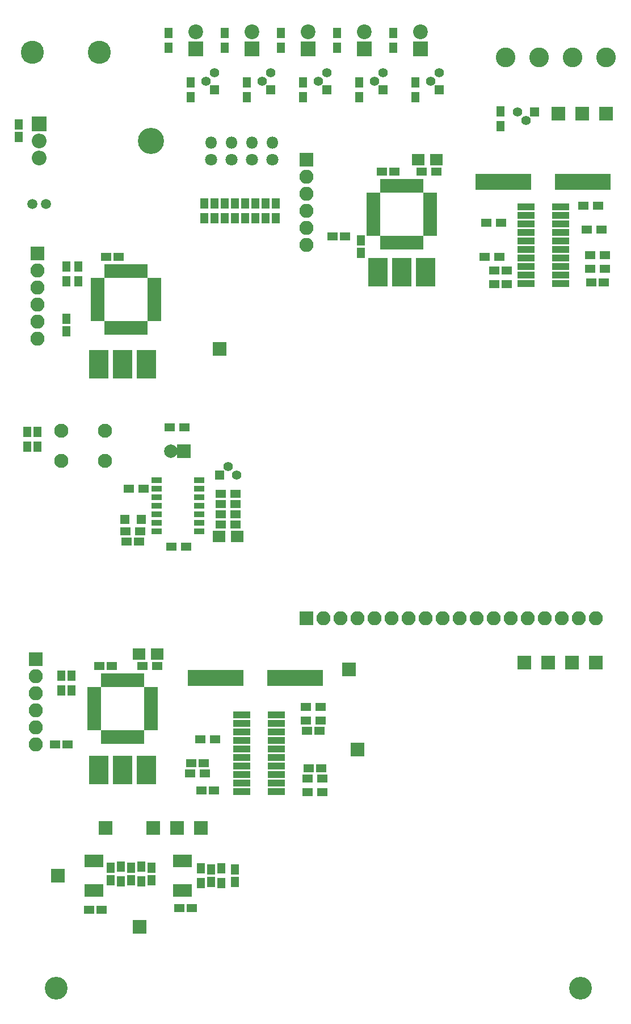
<source format=gbr>
G04 #@! TF.FileFunction,Soldermask,Top*
%FSLAX46Y46*%
G04 Gerber Fmt 4.6, Leading zero omitted, Abs format (unit mm)*
G04 Created by KiCad (PCBNEW 4.0.6) date 01/25/18 19:32:55*
%MOMM*%
%LPD*%
G01*
G04 APERTURE LIST*
%ADD10C,0.100000*%
%ADD11C,2.940000*%
%ADD12R,0.950000X2.000000*%
%ADD13R,2.000000X0.950000*%
%ADD14C,1.400000*%
%ADD15R,1.400000X1.400000*%
%ADD16C,1.500000*%
%ADD17R,2.100000X2.100000*%
%ADD18O,2.100000X2.100000*%
%ADD19C,2.100000*%
%ADD20R,2.600000X1.000000*%
%ADD21R,0.850000X1.850000*%
%ADD22R,1.150000X1.600000*%
%ADD23R,1.600000X1.150000*%
%ADD24R,2.000000X2.000000*%
%ADD25C,2.000000*%
%ADD26R,1.900000X1.700000*%
%ADD27C,3.448000*%
%ADD28R,1.300000X1.600000*%
%ADD29R,1.600000X1.300000*%
%ADD30R,1.543000X0.908000*%
%ADD31R,2.200000X2.200000*%
%ADD32C,2.200000*%
%ADD33O,3.900000X3.900000*%
%ADD34O,2.200000X2.200000*%
%ADD35R,8.275000X2.400000*%
%ADD36R,2.850000X4.200000*%
%ADD37C,1.800000*%
%ADD38O,1.800000X1.800000*%
%ADD39C,3.400000*%
G04 APERTURE END LIST*
D10*
D11*
X270256000Y-19304000D03*
X265256000Y-19304000D03*
X260256000Y-19304000D03*
X255256000Y-19304000D03*
D12*
X236976000Y-46922000D03*
X237776000Y-46922000D03*
X238576000Y-46922000D03*
X239376000Y-46922000D03*
X240176000Y-46922000D03*
X240976000Y-46922000D03*
X241776000Y-46922000D03*
X242576000Y-46922000D03*
D13*
X244026000Y-45472000D03*
X244026000Y-44672000D03*
X244026000Y-43872000D03*
X244026000Y-43072000D03*
X244026000Y-42272000D03*
X244026000Y-41472000D03*
X244026000Y-40672000D03*
X244026000Y-39872000D03*
D12*
X242576000Y-38422000D03*
X241776000Y-38422000D03*
X240976000Y-38422000D03*
X240176000Y-38422000D03*
X239376000Y-38422000D03*
X238576000Y-38422000D03*
X237776000Y-38422000D03*
X236976000Y-38422000D03*
D13*
X235526000Y-39872000D03*
X235526000Y-40672000D03*
X235526000Y-41472000D03*
X235526000Y-42272000D03*
X235526000Y-43072000D03*
X235526000Y-43872000D03*
X235526000Y-44672000D03*
X235526000Y-45472000D03*
D14*
X244094000Y-22860000D03*
X245364000Y-21590000D03*
D15*
X245364000Y-24130000D03*
D16*
X184658000Y-41148000D03*
X186658000Y-41148000D03*
D17*
X225552000Y-102870000D03*
D18*
X228092000Y-102870000D03*
X230632000Y-102870000D03*
X233172000Y-102870000D03*
X235712000Y-102870000D03*
X238252000Y-102870000D03*
X240792000Y-102870000D03*
X243332000Y-102870000D03*
X245872000Y-102870000D03*
X248412000Y-102870000D03*
X250952000Y-102870000D03*
X253492000Y-102870000D03*
X256032000Y-102870000D03*
X258572000Y-102870000D03*
X261112000Y-102870000D03*
X263652000Y-102870000D03*
X266192000Y-102870000D03*
X268732000Y-102870000D03*
D17*
X225552000Y-34544000D03*
D18*
X225552000Y-37084000D03*
X225552000Y-39624000D03*
X225552000Y-42164000D03*
X225552000Y-44704000D03*
X225552000Y-47244000D03*
D17*
X185420000Y-48514000D03*
D18*
X185420000Y-51054000D03*
X185420000Y-53594000D03*
X185420000Y-56134000D03*
X185420000Y-58674000D03*
X185420000Y-61214000D03*
D14*
X258318000Y-28702000D03*
X257048000Y-27432000D03*
D15*
X259588000Y-27432000D03*
D14*
X235712000Y-22860000D03*
X236982000Y-21590000D03*
D15*
X236982000Y-24130000D03*
D14*
X227330000Y-22860000D03*
X228600000Y-21590000D03*
D15*
X228600000Y-24130000D03*
D14*
X218948000Y-22860000D03*
X220218000Y-21590000D03*
D15*
X220218000Y-24130000D03*
D14*
X210566000Y-22860000D03*
X211836000Y-21590000D03*
D15*
X211836000Y-24130000D03*
D14*
X213868000Y-80264000D03*
X215138000Y-81534000D03*
D15*
X212598000Y-81534000D03*
D19*
X195476000Y-79430000D03*
X188976000Y-79430000D03*
X195476000Y-74930000D03*
X188976000Y-74930000D03*
D20*
X215840000Y-128651000D03*
X221040000Y-128651000D03*
X215840000Y-127381000D03*
X221040000Y-127381000D03*
X215840000Y-126111000D03*
X221040000Y-126111000D03*
X215840000Y-124841000D03*
X221040000Y-124841000D03*
X215840000Y-123571000D03*
X221040000Y-123571000D03*
X215840000Y-122301000D03*
X221040000Y-122301000D03*
X215840000Y-121031000D03*
X221040000Y-121031000D03*
X215840000Y-119761000D03*
X221040000Y-119761000D03*
X215840000Y-118491000D03*
X221040000Y-118491000D03*
X215840000Y-117221000D03*
X221040000Y-117221000D03*
D21*
X192827000Y-143424000D03*
X193477000Y-143424000D03*
X194127000Y-143424000D03*
X194777000Y-143424000D03*
X194777000Y-139024000D03*
X194127000Y-139024000D03*
X193477000Y-139024000D03*
X192827000Y-139024000D03*
D22*
X182626000Y-29276000D03*
X182626000Y-31176000D03*
D23*
X268036000Y-52832000D03*
X269936000Y-52832000D03*
X227772000Y-125222000D03*
X225872000Y-125222000D03*
X227518000Y-119634000D03*
X225618000Y-119634000D03*
X255458000Y-51054000D03*
X253558000Y-51054000D03*
X208346000Y-124460000D03*
X210246000Y-124460000D03*
X255458000Y-53086000D03*
X253558000Y-53086000D03*
X211770000Y-128524000D03*
X209870000Y-128524000D03*
X196530000Y-109982000D03*
X194630000Y-109982000D03*
X188026000Y-121666000D03*
X189926000Y-121666000D03*
D24*
X207264000Y-77978000D03*
D25*
X205264000Y-77978000D03*
D23*
X200594000Y-91440000D03*
X198694000Y-91440000D03*
D22*
X214884000Y-142174000D03*
X214884000Y-140274000D03*
X202438000Y-140020000D03*
X202438000Y-141920000D03*
D23*
X206568000Y-146050000D03*
X208468000Y-146050000D03*
X193106000Y-146304000D03*
X195006000Y-146304000D03*
D22*
X211328000Y-140274000D03*
X211328000Y-142174000D03*
X199390000Y-140020000D03*
X199390000Y-141920000D03*
X196342000Y-140020000D03*
X196342000Y-141920000D03*
D26*
X215218000Y-90678000D03*
X212518000Y-90678000D03*
D27*
X184658000Y-18542000D03*
X194658000Y-18542000D03*
D17*
X185166000Y-108966000D03*
D18*
X185166000Y-111506000D03*
X185166000Y-114046000D03*
X185166000Y-116586000D03*
X185166000Y-119126000D03*
X185166000Y-121666000D03*
D28*
X254508000Y-27348000D03*
X254508000Y-29548000D03*
D29*
X266870000Y-41402000D03*
X269070000Y-41402000D03*
X225468000Y-116078000D03*
X227668000Y-116078000D03*
X267886000Y-50800000D03*
X270086000Y-50800000D03*
X225722000Y-126746000D03*
X227922000Y-126746000D03*
X269578000Y-44958000D03*
X267378000Y-44958000D03*
X227668000Y-118110000D03*
X225468000Y-118110000D03*
X267886000Y-48768000D03*
X270086000Y-48768000D03*
X225722000Y-128778000D03*
X227922000Y-128778000D03*
X254338000Y-49022000D03*
X252138000Y-49022000D03*
X210396000Y-125984000D03*
X208196000Y-125984000D03*
X254592000Y-43942000D03*
X252392000Y-43942000D03*
X211920000Y-120904000D03*
X209720000Y-120904000D03*
D28*
X241808000Y-23030000D03*
X241808000Y-25230000D03*
X238506000Y-15664000D03*
X238506000Y-17864000D03*
X233426000Y-23030000D03*
X233426000Y-25230000D03*
X230124000Y-15664000D03*
X230124000Y-17864000D03*
X225044000Y-23030000D03*
X225044000Y-25230000D03*
X221742000Y-15664000D03*
X221742000Y-17864000D03*
X216662000Y-23030000D03*
X216662000Y-25230000D03*
X213360000Y-15664000D03*
X213360000Y-17864000D03*
X208280000Y-23030000D03*
X208280000Y-25230000D03*
X204978000Y-15664000D03*
X204978000Y-17864000D03*
X185420000Y-77300000D03*
X185420000Y-75100000D03*
X183896000Y-75100000D03*
X183896000Y-77300000D03*
X220980000Y-41064000D03*
X220980000Y-43264000D03*
X219456000Y-43264000D03*
X219456000Y-41064000D03*
X217932000Y-41064000D03*
X217932000Y-43264000D03*
X216408000Y-43264000D03*
X216408000Y-41064000D03*
X214884000Y-41064000D03*
X214884000Y-43264000D03*
X213360000Y-43264000D03*
X213360000Y-41064000D03*
X211836000Y-41064000D03*
X211836000Y-43264000D03*
X210312000Y-43264000D03*
X210312000Y-41064000D03*
D29*
X207348000Y-74422000D03*
X205148000Y-74422000D03*
X201252000Y-83566000D03*
X199052000Y-83566000D03*
X200744000Y-89916000D03*
X198544000Y-89916000D03*
X212768000Y-85852000D03*
X214968000Y-85852000D03*
X212768000Y-87376000D03*
X214968000Y-87376000D03*
X207602000Y-92202000D03*
X205402000Y-92202000D03*
X214968000Y-88900000D03*
X212768000Y-88900000D03*
X212768000Y-84328000D03*
X214968000Y-84328000D03*
D28*
X212852000Y-140124000D03*
X212852000Y-142324000D03*
X200914000Y-139870000D03*
X200914000Y-142070000D03*
X209804000Y-142324000D03*
X209804000Y-140124000D03*
X197866000Y-142070000D03*
X197866000Y-139870000D03*
D20*
X258258000Y-52959000D03*
X263458000Y-52959000D03*
X258258000Y-51689000D03*
X263458000Y-51689000D03*
X258258000Y-50419000D03*
X263458000Y-50419000D03*
X258258000Y-49149000D03*
X263458000Y-49149000D03*
X258258000Y-47879000D03*
X263458000Y-47879000D03*
X258258000Y-46609000D03*
X263458000Y-46609000D03*
X258258000Y-45339000D03*
X263458000Y-45339000D03*
X258258000Y-44069000D03*
X263458000Y-44069000D03*
X258258000Y-42799000D03*
X263458000Y-42799000D03*
X258258000Y-41529000D03*
X263458000Y-41529000D03*
D30*
X203200000Y-82296000D03*
X203200000Y-83566000D03*
X203200000Y-84836000D03*
X203200000Y-86106000D03*
X203200000Y-87376000D03*
X203200000Y-88646000D03*
X203200000Y-89916000D03*
X209550000Y-89916000D03*
X209550000Y-88646000D03*
X209550000Y-86106000D03*
X209550000Y-84836000D03*
X209550000Y-83566000D03*
X209550000Y-82296000D03*
X209550000Y-87376000D03*
D21*
X206035000Y-143424000D03*
X206685000Y-143424000D03*
X207335000Y-143424000D03*
X207985000Y-143424000D03*
X207985000Y-139024000D03*
X207335000Y-139024000D03*
X206685000Y-139024000D03*
X206035000Y-139024000D03*
D31*
X242570000Y-18034000D03*
D32*
X242570000Y-15494000D03*
D31*
X234188000Y-18034000D03*
D32*
X234188000Y-15494000D03*
D31*
X225806000Y-18034000D03*
D32*
X225806000Y-15494000D03*
D31*
X217424000Y-18034000D03*
D32*
X217424000Y-15494000D03*
D31*
X209042000Y-18034000D03*
D32*
X209042000Y-15494000D03*
D33*
X202334000Y-31750000D03*
D31*
X185674000Y-29210000D03*
D34*
X185674000Y-31750000D03*
X185674000Y-34290000D03*
D35*
X266795500Y-37846000D03*
X254920500Y-37846000D03*
X223869500Y-111760000D03*
X211994500Y-111760000D03*
D15*
X200894000Y-88138000D03*
X198394000Y-88138000D03*
D17*
X268732000Y-109474000D03*
X265176000Y-109474000D03*
X270256000Y-27686000D03*
X231902000Y-110490000D03*
X266700000Y-27686000D03*
X206248000Y-134112000D03*
X258064000Y-109474000D03*
X195580000Y-134112000D03*
X202692000Y-134112000D03*
X261620000Y-109474000D03*
X188468000Y-141224000D03*
X212598000Y-62738000D03*
X233172000Y-122428000D03*
X263144000Y-27686000D03*
X209804000Y-134112000D03*
X200660000Y-148844000D03*
D22*
X233680000Y-48448000D03*
X233680000Y-46548000D03*
D23*
X238694000Y-36322000D03*
X236794000Y-36322000D03*
X229428000Y-45974000D03*
X231328000Y-45974000D03*
X197546000Y-49022000D03*
X195646000Y-49022000D03*
D22*
X189738000Y-60132000D03*
X189738000Y-58232000D03*
D26*
X200580000Y-108204000D03*
X203280000Y-108204000D03*
X242236000Y-34544000D03*
X244936000Y-34544000D03*
D28*
X188976000Y-111422000D03*
X188976000Y-113622000D03*
X190500000Y-111422000D03*
X190500000Y-113622000D03*
D29*
X203284000Y-109982000D03*
X201084000Y-109982000D03*
X244940000Y-36322000D03*
X242740000Y-36322000D03*
D28*
X189738000Y-50462000D03*
X189738000Y-52662000D03*
X191516000Y-50462000D03*
X191516000Y-52662000D03*
D36*
X194570000Y-125476000D03*
X198120000Y-125476000D03*
X201670000Y-125476000D03*
X236226000Y-51308000D03*
X239776000Y-51308000D03*
X243326000Y-51308000D03*
X194570000Y-65024000D03*
X198120000Y-65024000D03*
X201670000Y-65024000D03*
D12*
X195320000Y-120582000D03*
X196120000Y-120582000D03*
X196920000Y-120582000D03*
X197720000Y-120582000D03*
X198520000Y-120582000D03*
X199320000Y-120582000D03*
X200120000Y-120582000D03*
X200920000Y-120582000D03*
D13*
X202370000Y-119132000D03*
X202370000Y-118332000D03*
X202370000Y-117532000D03*
X202370000Y-116732000D03*
X202370000Y-115932000D03*
X202370000Y-115132000D03*
X202370000Y-114332000D03*
X202370000Y-113532000D03*
D12*
X200920000Y-112082000D03*
X200120000Y-112082000D03*
X199320000Y-112082000D03*
X198520000Y-112082000D03*
X197720000Y-112082000D03*
X196920000Y-112082000D03*
X196120000Y-112082000D03*
X195320000Y-112082000D03*
D13*
X193870000Y-113532000D03*
X193870000Y-114332000D03*
X193870000Y-115132000D03*
X193870000Y-115932000D03*
X193870000Y-116732000D03*
X193870000Y-117532000D03*
X193870000Y-118332000D03*
X193870000Y-119132000D03*
D12*
X195828000Y-59622000D03*
X196628000Y-59622000D03*
X197428000Y-59622000D03*
X198228000Y-59622000D03*
X199028000Y-59622000D03*
X199828000Y-59622000D03*
X200628000Y-59622000D03*
X201428000Y-59622000D03*
D13*
X202878000Y-58172000D03*
X202878000Y-57372000D03*
X202878000Y-56572000D03*
X202878000Y-55772000D03*
X202878000Y-54972000D03*
X202878000Y-54172000D03*
X202878000Y-53372000D03*
X202878000Y-52572000D03*
D12*
X201428000Y-51122000D03*
X200628000Y-51122000D03*
X199828000Y-51122000D03*
X199028000Y-51122000D03*
X198228000Y-51122000D03*
X197428000Y-51122000D03*
X196628000Y-51122000D03*
X195828000Y-51122000D03*
D13*
X194378000Y-52572000D03*
X194378000Y-53372000D03*
X194378000Y-54172000D03*
X194378000Y-54972000D03*
X194378000Y-55772000D03*
X194378000Y-56572000D03*
X194378000Y-57372000D03*
X194378000Y-58172000D03*
D37*
X220472000Y-34544000D03*
D38*
X220472000Y-32004000D03*
D37*
X217424000Y-34544000D03*
D38*
X217424000Y-32004000D03*
D37*
X214376000Y-34544000D03*
D38*
X214376000Y-32004000D03*
D37*
X211328000Y-34544000D03*
D38*
X211328000Y-32004000D03*
D39*
X188214000Y-157988000D03*
X266446000Y-157988000D03*
M02*

</source>
